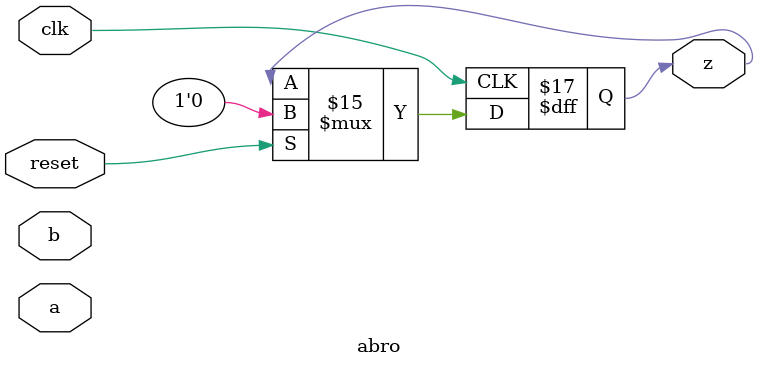
<source format=v>
module abro(
input clk,
input reset,
input a,
input b,
output z );
parameter IDLE = 0,
SA = 1,
SB = 2,
SAB = 3;
reg [1:0] cur_state,next_state;
// The output z is high when 1 is received for signals a and b in any order.
// If cur_state is IDLE and a and b are both high, state changes to SAB
// If cur_state is IDLE, and a is high, state changes to SA
// If cur_state is IDLE, and b is high, state changes to SB
// If cur_state is SA, and b is high, state changes to SAB
// If cur_state is SB, and a is high, state changes to SAB
// If cur_state is SAB, state changes to IDLE
// z is assigned one when cur_state is SAB
always @(posedge clk)
begin
    if (reset) begin
        cur_state <= IDLE;
        next_state <= IDLE;
        z <= 0;
    end else begin
        cur_state <= IDLE;
        next_state <= IDLE;
        if (a) begin
            cur_state <= SA;
        end
        if (b) begin
            cur_state <= SB;
        end
        if (a && b) begin
            cur_state <= SAB;
        end
    end
end
endmodule

</source>
